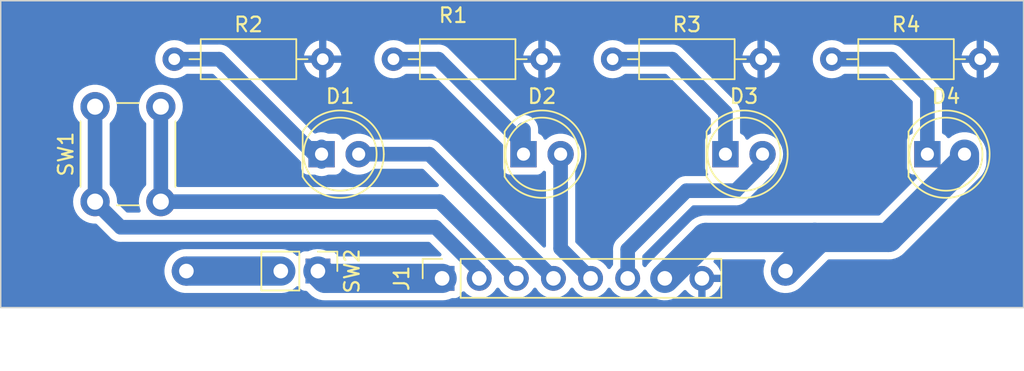
<source format=kicad_pcb>
(kicad_pcb (version 20221018) (generator pcbnew)
  (layers (0 "F.Cu" signal) (31 "B.Cu" signal) (34 "B.Paste" user) (35 "F.Paste" user) (36 "B.SilkS" user "B.Silkscreen") (37 "F.SilkS" user "F.Silkscreen") (38 "B.Mask" user) (39 "F.Mask" user) (44 "Edge.Cuts" user))
  (net 0 "")
  (net 1 "Net-(D1-K)")
  (net 2 "/BT_LED_STATE (19)")
  (net 3 "Net-(D2-K)")
  (net 4 "/RingerSignal (16)")
  (net 5 "Net-(D3-K)")
  (net 6 "/HookSwitchOut (2)")
  (net 7 "Net-(D4-K)")
  (net 8 "+5V")
  (net 9 "/+5V_pre_switch")
  (net 10 "/+3.3V")
  (net 11 "/ENABLE_PAIRING_BTN (18)")
  (net 12 "GND")
  (footprint "Connector_PinHeader_2.54mm:PinHeader_1x02_P2.54mm_Vertical" (layer "F.Cu") (at 111.456 98 -90)
    (fp_text reference "SW2" (at 0 -2.33 90) (layer "F.SilkS"))
    (fp_text value "SW_SPST")
    (fp_line (start -1.33 -1.33) (end 0 -1.33) (stroke (width 0.12)) (layer "F.SilkS"))
    (fp_line (start -1.33 0) (end -1.33 -1.33) (stroke (width 0.12)) (layer "F.SilkS"))
    (fp_line (start -1.33 1.27) (end -1.33 3.87) (stroke (width 0.12)) (layer "F.SilkS"))
    (fp_line (start -1.33 1.27) (end 1.33 1.27) (stroke (width 0.12)) (layer "F.SilkS"))
    (fp_line (start -1.33 3.87) (end 1.33 3.87) (stroke (width 0.12)) (layer "F.SilkS"))
    (fp_line (start 1.33 1.27) (end 1.33 3.87) (stroke (width 0.12)) (layer "F.SilkS"))
    (pad "1" thru_hole rect (at 0 0 270) (size 1.7 1.7) (drill 1) (layers "*.Cu" "*.Mask") (net 9 "/+5V_pre_switch"))
    (pad "2" thru_hole oval (at 0 2.54 270) (size 1.7 1.7) (drill 1) (layers "*.Cu" "*.Mask") (net 8 "+5V"))
  )
  (footprint "LED_THT:LED_D5.0mm" (layer "F.Cu") (at 139.346 90)
    (fp_text reference "D3" (at 1.27 -3.96) (layer "F.SilkS"))
    (fp_text value "LED")
    (fp_line (start -1.29 -1.545) (end -1.29 1.545) (stroke (width 0.12)) (layer "F.SilkS"))
    (fp_arc (start -1.29 -1.54483) (mid 2.072002 -2.880433) (end 4.26 0.000462) (stroke (width 0.12)) (layer "F.SilkS"))
    (fp_arc (start 4.26 -0.000462) (mid 2.072002 2.880433) (end -1.29 1.54483) (stroke (width 0.12)) (layer "F.SilkS"))
    (fp_circle (center 1.27 0) (end 3.77 0) (stroke (width 0.12)) (fill none) (layer "F.SilkS"))
    (pad "1" thru_hole rect (at 0 0) (size 1.8 1.8) (drill 0.9) (layers "*.Cu" "*.Mask") (net 5 "Net-(D3-K)"))
    (pad "2" thru_hole circle (at 2.54 0) (size 1.8 1.8) (drill 0.9) (layers "*.Cu" "*.Mask") (net 6 "/HookSwitchOut (2)"))
  )
  (footprint "Button_Switch_THT:SW_PUSH_6mm_H5mm" (layer "F.Cu") (at 96.206 93.25 90)
    (fp_text reference "SW1" (at 3.25 -2 90) (layer "F.SilkS"))
    (fp_text value "SW_Push")
    (fp_line (start -0.25 1.5) (end -0.25 3) (stroke (width 0.12)) (layer "F.SilkS"))
    (fp_line (start 1 5.5) (end 5.5 5.5) (stroke (width 0.12)) (layer "F.SilkS"))
    (fp_line (start 5.5 -1) (end 1 -1) (stroke (width 0.12)) (layer "F.SilkS"))
    (fp_line (start 6.75 3) (end 6.75 1.5) (stroke (width 0.12)) (layer "F.SilkS"))
    (pad "1" thru_hole circle (at 0 0 180) (size 2 2) (drill 1.1) (layers "*.Cu" "*.Mask") (net 10 "/+3.3V"))
    (pad "1" thru_hole circle (at 6.5 0 180) (size 2 2) (drill 1.1) (layers "*.Cu" "*.Mask") (net 10 "/+3.3V"))
    (pad "2" thru_hole circle (at 0 4.5 180) (size 2 2) (drill 1.1) (layers "*.Cu" "*.Mask") (net 11 "/ENABLE_PAIRING_BTN (18)"))
    (pad "2" thru_hole circle (at 6.5 4.5 180) (size 2 2) (drill 1.1) (layers "*.Cu" "*.Mask") (net 11 "/ENABLE_PAIRING_BTN (18)"))
  )
  (footprint "Resistor_THT:R_Axial_DIN0207_L6.3mm_D2.5mm_P10.16mm_Horizontal" (layer "F.Cu") (at 146.626 83.5)
    (fp_text reference "R4" (at 5.08 -2.37) (layer "F.SilkS"))
    (fp_text value "1k")
    (fp_line (start 1.04 0) (end 1.81 0) (stroke (width 0.12)) (layer "F.SilkS"))
    (fp_line (start 1.81 -1.37) (end 1.81 1.37) (stroke (width 0.12)) (layer "F.SilkS"))
    (fp_line (start 1.81 1.37) (end 8.35 1.37) (stroke (width 0.12)) (layer "F.SilkS"))
    (fp_line (start 8.35 -1.37) (end 1.81 -1.37) (stroke (width 0.12)) (layer "F.SilkS"))
    (fp_line (start 8.35 1.37) (end 8.35 -1.37) (stroke (width 0.12)) (layer "F.SilkS"))
    (fp_line (start 9.12 0) (end 8.35 0) (stroke (width 0.12)) (layer "F.SilkS"))
    (pad "1" thru_hole circle (at 0 0) (size 1.6 1.6) (drill 0.8) (layers "*.Cu" "*.Mask") (net 7 "Net-(D4-K)"))
    (pad "2" thru_hole oval (at 10.16 0) (size 1.6 1.6) (drill 0.8) (layers "*.Cu" "*.Mask") (net 12 "GND"))
  )
  (footprint "LED_THT:LED_D5.0mm" (layer "F.Cu") (at 153.166 90)
    (fp_text reference "D4" (at 1.27 -3.96) (layer "F.SilkS"))
    (fp_text value "LED")
    (fp_line (start -1.29 -1.545) (end -1.29 1.545) (stroke (width 0.12)) (layer "F.SilkS"))
    (fp_arc (start -1.29 -1.54483) (mid 2.072002 -2.880433) (end 4.26 0.000462) (stroke (width 0.12)) (layer "F.SilkS"))
    (fp_arc (start 4.26 -0.000462) (mid 2.072002 2.880433) (end -1.29 1.54483) (stroke (width 0.12)) (layer "F.SilkS"))
    (fp_circle (center 1.27 0) (end 3.77 0) (stroke (width 0.12)) (fill none) (layer "F.SilkS"))
    (pad "1" thru_hole rect (at 0 0) (size 1.8 1.8) (drill 0.9) (layers "*.Cu" "*.Mask") (net 7 "Net-(D4-K)"))
    (pad "2" thru_hole circle (at 2.54 0) (size 1.8 1.8) (drill 0.9) (layers "*.Cu" "*.Mask") (net 8 "+5V"))
  )
  (footprint "LED_THT:LED_D5.0mm" (layer "F.Cu") (at 125.526 90)
    (fp_text reference "D2" (at 1.27 -3.96) (layer "F.SilkS"))
    (fp_text value "LED")
    (fp_line (start -1.29 -1.545) (end -1.29 1.545) (stroke (width 0.12)) (layer "F.SilkS"))
    (fp_arc (start -1.29 -1.54483) (mid 2.072002 -2.880433) (end 4.26 0.000462) (stroke (width 0.12)) (layer "F.SilkS"))
    (fp_arc (start 4.26 -0.000462) (mid 2.072002 2.880433) (end -1.29 1.54483) (stroke (width 0.12)) (layer "F.SilkS"))
    (fp_circle (center 1.27 0) (end 3.77 0) (stroke (width 0.12)) (fill none) (layer "F.SilkS"))
    (pad "1" thru_hole rect (at 0 0) (size 1.8 1.8) (drill 0.9) (layers "*.Cu" "*.Mask") (net 3 "Net-(D2-K)"))
    (pad "2" thru_hole circle (at 2.54 0) (size 1.8 1.8) (drill 0.9) (layers "*.Cu" "*.Mask") (net 4 "/RingerSignal (16)"))
  )
  (footprint "Connector_PinSocket_2.54mm:PinSocket_1x08_P2.54mm_Vertical" (layer "F.Cu") (at 119.956 98.5 90)
    (fp_text reference "J1" (at 0 -2.77 90) (layer "F.SilkS"))
    (fp_text value "Control_board_Connector")
    (fp_line (start -1.33 1.27) (end -1.33 19.11) (stroke (width 0.12)) (layer "F.SilkS"))
    (fp_line (start -1.33 1.27) (end 1.33 1.27) (stroke (width 0.12)) (layer "F.SilkS"))
    (fp_line (start -1.33 19.11) (end 1.33 19.11) (stroke (width 0.12)) (layer "F.SilkS"))
    (fp_line (start 0 -1.33) (end 1.33 -1.33) (stroke (width 0.12)) (layer "F.SilkS"))
    (fp_line (start 1.33 -1.33) (end 1.33 0) (stroke (width 0.12)) (layer "F.SilkS"))
    (fp_line (start 1.33 1.27) (end 1.33 19.11) (stroke (width 0.12)) (layer "F.SilkS"))
    (pad "1" thru_hole rect (at 0 0 90) (size 1.7 1.7) (drill 1) (layers "*.Cu" "*.Mask") (net 9 "/+5V_pre_switch"))
    (pad "2" thru_hole oval (at 0 2.54 90) (size 1.7 1.7) (drill 1) (layers "*.Cu" "*.Mask") (net 10 "/+3.3V"))
    (pad "3" thru_hole oval (at 0 5.08 90) (size 1.7 1.7) (drill 1) (layers "*.Cu" "*.Mask") (net 11 "/ENABLE_PAIRING_BTN (18)"))
    (pad "4" thru_hole oval (at 0 7.62 90) (size 1.7 1.7) (drill 1) (layers "*.Cu" "*.Mask") (net 2 "/BT_LED_STATE (19)"))
    (pad "5" thru_hole oval (at 0 10.16 90) (size 1.7 1.7) (drill 1) (layers "*.Cu" "*.Mask") (net 4 "/RingerSignal (16)"))
    (pad "6" thru_hole oval (at 0 12.7 90) (size 1.7 1.7) (drill 1) (layers "*.Cu" "*.Mask") (net 6 "/HookSwitchOut (2)"))
    (pad "7" thru_hole oval (at 0 15.24 90) (size 1.7 1.7) (drill 1) (layers "*.Cu" "*.Mask") (net 8 "+5V"))
    (pad "8" thru_hole oval (at 0 17.78 90) (size 1.7 1.7) (drill 1) (layers "*.Cu" "*.Mask") (net 12 "GND"))
  )
  (footprint "Resistor_THT:R_Axial_DIN0207_L6.3mm_D2.5mm_P10.16mm_Horizontal" (layer "F.Cu") (at 116.626 83.5)
    (fp_text reference "R1" (at 4.08 -3) (layer "F.SilkS"))
    (fp_text value "220")
    (fp_line (start 1.04 0) (end 1.81 0) (stroke (width 0.12)) (layer "F.SilkS"))
    (fp_line (start 1.81 -1.37) (end 1.81 1.37) (stroke (width 0.12)) (layer "F.SilkS"))
    (fp_line (start 1.81 1.37) (end 8.35 1.37) (stroke (width 0.12)) (layer "F.SilkS"))
    (fp_line (start 8.35 -1.37) (end 1.81 -1.37) (stroke (width 0.12)) (layer "F.SilkS"))
    (fp_line (start 8.35 1.37) (end 8.35 -1.37) (stroke (width 0.12)) (layer "F.SilkS"))
    (fp_line (start 9.12 0) (end 8.35 0) (stroke (width 0.12)) (layer "F.SilkS"))
    (pad "1" thru_hole circle (at 0 0) (size 1.6 1.6) (drill 0.8) (layers "*.Cu" "*.Mask") (net 3 "Net-(D2-K)"))
    (pad "2" thru_hole oval (at 10.16 0) (size 1.6 1.6) (drill 0.8) (layers "*.Cu" "*.Mask") (net 12 "GND"))
  )
  (footprint "Resistor_THT:R_Axial_DIN0207_L6.3mm_D2.5mm_P10.16mm_Horizontal" (layer "F.Cu") (at 131.626 83.5)
    (fp_text reference "R3" (at 5.08 -2.37) (layer "F.SilkS"))
    (fp_text value "220")
    (fp_line (start 1.04 0) (end 1.81 0) (stroke (width 0.12)) (layer "F.SilkS"))
    (fp_line (start 1.81 -1.37) (end 1.81 1.37) (stroke (width 0.12)) (layer "F.SilkS"))
    (fp_line (start 1.81 1.37) (end 8.35 1.37) (stroke (width 0.12)) (layer "F.SilkS"))
    (fp_line (start 8.35 -1.37) (end 1.81 -1.37) (stroke (width 0.12)) (layer "F.SilkS"))
    (fp_line (start 8.35 1.37) (end 8.35 -1.37) (stroke (width 0.12)) (layer "F.SilkS"))
    (fp_line (start 9.12 0) (end 8.35 0) (stroke (width 0.12)) (layer "F.SilkS"))
    (pad "1" thru_hole circle (at 0 0) (size 1.6 1.6) (drill 0.8) (layers "*.Cu" "*.Mask") (net 5 "Net-(D3-K)"))
    (pad "2" thru_hole oval (at 10.16 0) (size 1.6 1.6) (drill 0.8) (layers "*.Cu" "*.Mask") (net 12 "GND"))
  )
  (footprint "Resistor_THT:R_Axial_DIN0207_L6.3mm_D2.5mm_P10.16mm_Horizontal" (layer "F.Cu") (at 101.626 83.5)
    (fp_text reference "R2" (at 5.08 -2.37) (layer "F.SilkS"))
    (fp_text value "2k")
    (fp_line (start 1.04 0) (end 1.81 0) (stroke (width 0.12)) (layer "F.SilkS"))
    (fp_line (start 1.81 -1.37) (end 1.81 1.37) (stroke (width 0.12)) (layer "F.SilkS"))
    (fp_line (start 1.81 1.37) (end 8.35 1.37) (stroke (width 0.12)) (layer "F.SilkS"))
    (fp_line (start 8.35 -1.37) (end 1.81 -1.37) (stroke (width 0.12)) (layer "F.SilkS"))
    (fp_line (start 8.35 1.37) (end 8.35 -1.37) (stroke (width 0.12)) (layer "F.SilkS"))
    (fp_line (start 9.12 0) (end 8.35 0) (stroke (width 0.12)) (layer "F.SilkS"))
    (pad "1" thru_hole circle (at 0 0) (size 1.6 1.6) (drill 0.8) (layers "*.Cu" "*.Mask") (net 1 "Net-(D1-K)"))
    (pad "2" thru_hole oval (at 10.16 0) (size 1.6 1.6) (drill 0.8) (layers "*.Cu" "*.Mask") (net 12 "GND"))
  )
  (footprint "LED_THT:LED_D5.0mm" (layer "F.Cu") (at 111.706 90)
    (fp_text reference "D1" (at 1.27 -3.96) (layer "F.SilkS"))
    (fp_text value "LED")
    (fp_line (start -1.29 -1.545) (end -1.29 1.545) (stroke (width 0.12)) (layer "F.SilkS"))
    (fp_arc (start -1.29 -1.54483) (mid 2.072002 -2.880433) (end 4.26 0.000462) (stroke (width 0.12)) (layer "F.SilkS"))
    (fp_arc (start 4.26 -0.000462) (mid 2.072002 2.880433) (end -1.29 1.54483) (stroke (width 0.12)) (layer "F.SilkS"))
    (fp_circle (center 1.27 0) (end 3.77 0) (stroke (width 0.12)) (fill none) (layer "F.SilkS"))
    (pad "1" thru_hole rect (at 0 0) (size 1.8 1.8) (drill 0.9) (layers "*.Cu" "*.Mask") (net 1 "Net-(D1-K)"))
    (pad "2" thru_hole circle (at 2.54 0) (size 1.8 1.8) (drill 0.9) (layers "*.Cu" "*.Mask") (net 2 "/BT_LED_STATE (19)"))
  )
  (gr_rect (start 89.75 79.5) (end 159.75 100.5) (stroke (width 0.1)) (fill none) (layer "Edge.Cuts"))
  (segment (start 111.706 90.5) (end 104.706 83.5) (width 1) (layer "B.Cu") (net 1))
  (segment (start 104.706 83.5) (end 101.626 83.5) (width 1) (layer "B.Cu") (net 1))
  (segment (start 111.706 90) (end 111.706 89.5) (width 1) (layer "B.Cu") (net 1))
  (segment (start 114.246 90) (end 119.076 90) (width 1) (layer "B.Cu") (net 2))
  (segment (start 119.076 90) (end 127.576 98.5) (width 1) (layer "B.Cu") (net 2))
  (segment (start 119.706 83.5) (end 116.626 83.5) (width 1) (layer "B.Cu") (net 3))
  (segment (start 125.526 90) (end 125.526 88.32) (width 1) (layer "B.Cu") (net 3))
  (segment (start 125.526 89.32) (end 119.706 83.5) (width 1) (layer "B.Cu") (net 3))
  (segment (start 128.066 90) (end 128.066 96.45) (width 1) (layer "B.Cu") (net 4))
  (segment (start 128.066 96.45) (end 130.116 98.5) (width 1) (layer "B.Cu") (net 4))
  (segment (start 135.706 83.5) (end 131.626 83.5) (width 1) (layer "B.Cu") (net 5))
  (segment (start 139.346 90) (end 139.346 87.14) (width 1) (layer "B.Cu") (net 5))
  (segment (start 139.346 87.14) (end 135.706 83.5) (width 1) (layer "B.Cu") (net 5))
  (segment (start 132.656 96.525) (end 132.656 98.5) (width 1) (layer "B.Cu") (net 6))
  (segment (start 141.886 90) (end 141.886 90.66) (width 1) (layer "B.Cu") (net 6))
  (segment (start 140.046 92.5) (end 136.681 92.5) (width 1) (layer "B.Cu") (net 6))
  (segment (start 141.886 90.66) (end 140.046 92.5) (width 1) (layer "B.Cu") (net 6))
  (segment (start 136.681 92.5) (end 132.656 96.525) (width 1) (layer "B.Cu") (net 6))
  (segment (start 153.166 90) (end 153.166 85.96) (width 1) (layer "B.Cu") (net 7))
  (segment (start 150.706 83.5) (end 146.626 83.5) (width 1) (layer "B.Cu") (net 7))
  (segment (start 153.166 85.96) (end 150.706 83.5) (width 1) (layer "B.Cu") (net 7))
  (via (at 143.456 98) (size 2) (drill 1) (layers "F.Cu" "B.Cu") (net 8))
  (via (at 102.456 98) (size 2) (drill 1) (layers "F.Cu" "B.Cu") (net 8))
  (segment (start 145.456 95.7) (end 137.996 95.7) (width 2) (layer "B.Cu") (net 8))
  (segment (start 145.456 96) (end 145.456 95.7) (width 2) (layer "B.Cu") (net 8))
  (segment (start 150.506 95.7) (end 145.456 95.7) (width 2) (layer "B.Cu") (net 8))
  (segment (start 155.706 90.5) (end 150.506 95.7) (width 2) (layer "B.Cu") (net 8))
  (segment (start 102.456 98) (end 108.916 98) (width 2) (layer "B.Cu") (net 8))
  (segment (start 137.996 95.7) (end 135.196 98.5) (width 2) (layer "B.Cu") (net 8))
  (segment (start 155.706 90) (end 155.706 90.5) (width 2) (layer "B.Cu") (net 8))
  (segment (start 143.456 98) (end 145.456 96) (width 2) (layer "B.Cu") (net 8))
  (segment (start 119.956 98.5) (end 111.956 98.5) (width 2) (layer "B.Cu") (net 9))
  (segment (start 111.956 98.5) (end 111.456 98) (width 2) (layer "B.Cu") (net 9))
  (segment (start 122.496 97.99) (end 122.496 98.5) (width 1) (layer "B.Cu") (net 10))
  (segment (start 96.206 93.25) (end 96.206 86.75) (width 1) (layer "B.Cu") (net 10))
  (segment (start 96.206 93.25) (end 97.956 95) (width 1) (layer "B.Cu") (net 10))
  (segment (start 97.956 95) (end 119.506 95) (width 1) (layer "B.Cu") (net 10))
  (segment (start 119.506 95) (end 122.496 97.99) (width 1) (layer "B.Cu") (net 10))
  (segment (start 100.706 93.25) (end 119.786 93.25) (width 1) (layer "B.Cu") (net 11))
  (segment (start 100.706 93.25) (end 100.706 86.75) (width 1) (layer "B.Cu") (net 11))
  (segment (start 119.786 93.25) (end 125.036 98.5) (width 1) (layer "B.Cu") (net 11))
  (zone (net 12) (net_name "GND") (layer "B.Cu") (connect_pads (clearance 0.5)) (min_thickness 0.25) (fill yes (thermal_gap 0.5) (thermal_bridge_width 0.5))
    (polygon (pts (xy 89.75 79.5) (xy 159.75 79.5) (xy 159.75 100.5) (xy 89.75 100.5)))
  )
)
</source>
